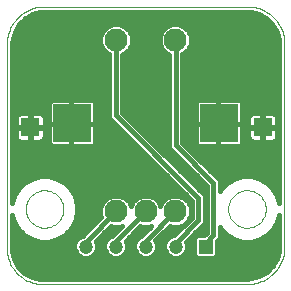
<source format=gbl>
G75*
G70*
%OFA0B0*%
%FSLAX24Y24*%
%IPPOS*%
%LPD*%
%AMOC8*
5,1,8,0,0,1.08239X$1,22.5*
%
%ADD10C,0.0000*%
%ADD11C,0.0768*%
%ADD12R,0.1266X0.1266*%
%ADD13R,0.0472X0.0472*%
%ADD14C,0.0472*%
%ADD15R,0.0600X0.0600*%
%ADD16C,0.0160*%
D10*
X001905Y000705D02*
X008655Y000705D01*
X008723Y000707D01*
X008790Y000712D01*
X008857Y000721D01*
X008924Y000734D01*
X008989Y000751D01*
X009054Y000770D01*
X009118Y000794D01*
X009180Y000821D01*
X009241Y000851D01*
X009299Y000884D01*
X009356Y000920D01*
X009411Y000960D01*
X009464Y001002D01*
X009515Y001048D01*
X009562Y001095D01*
X009608Y001146D01*
X009650Y001199D01*
X009690Y001254D01*
X009726Y001311D01*
X009759Y001369D01*
X009789Y001430D01*
X009816Y001492D01*
X009840Y001556D01*
X009859Y001621D01*
X009876Y001686D01*
X009889Y001753D01*
X009898Y001820D01*
X009903Y001887D01*
X009905Y001955D01*
X009905Y008705D01*
X009903Y008773D01*
X009898Y008840D01*
X009889Y008907D01*
X009876Y008974D01*
X009859Y009039D01*
X009840Y009104D01*
X009816Y009168D01*
X009789Y009230D01*
X009759Y009291D01*
X009726Y009349D01*
X009690Y009406D01*
X009650Y009461D01*
X009608Y009514D01*
X009562Y009565D01*
X009515Y009612D01*
X009464Y009658D01*
X009411Y009700D01*
X009356Y009740D01*
X009299Y009776D01*
X009241Y009809D01*
X009180Y009839D01*
X009118Y009866D01*
X009054Y009890D01*
X008989Y009909D01*
X008924Y009926D01*
X008857Y009939D01*
X008790Y009948D01*
X008723Y009953D01*
X008655Y009955D01*
X001905Y009955D01*
X001837Y009953D01*
X001770Y009948D01*
X001703Y009939D01*
X001636Y009926D01*
X001571Y009909D01*
X001506Y009890D01*
X001442Y009866D01*
X001380Y009839D01*
X001319Y009809D01*
X001261Y009776D01*
X001204Y009740D01*
X001149Y009700D01*
X001096Y009658D01*
X001045Y009612D01*
X000998Y009565D01*
X000952Y009514D01*
X000910Y009461D01*
X000870Y009406D01*
X000834Y009349D01*
X000801Y009291D01*
X000771Y009230D01*
X000744Y009168D01*
X000720Y009104D01*
X000701Y009039D01*
X000684Y008974D01*
X000671Y008907D01*
X000662Y008840D01*
X000657Y008773D01*
X000655Y008705D01*
X000655Y001955D01*
X000656Y001955D02*
X000654Y001889D01*
X000656Y001823D01*
X000662Y001757D01*
X000671Y001691D01*
X000684Y001626D01*
X000701Y001561D01*
X000721Y001498D01*
X000745Y001436D01*
X000772Y001376D01*
X000803Y001317D01*
X000837Y001259D01*
X000874Y001204D01*
X000914Y001151D01*
X000957Y001101D01*
X001002Y001052D01*
X001051Y001007D01*
X001101Y000964D01*
X001154Y000924D01*
X001209Y000887D01*
X001267Y000853D01*
X001326Y000822D01*
X001386Y000795D01*
X001448Y000771D01*
X001511Y000751D01*
X001576Y000734D01*
X001641Y000721D01*
X001707Y000712D01*
X001773Y000706D01*
X001839Y000704D01*
X001905Y000706D01*
X001280Y003205D02*
X001282Y003255D01*
X001288Y003304D01*
X001298Y003353D01*
X001311Y003400D01*
X001329Y003447D01*
X001350Y003492D01*
X001374Y003535D01*
X001402Y003576D01*
X001433Y003615D01*
X001467Y003651D01*
X001504Y003685D01*
X001544Y003715D01*
X001585Y003742D01*
X001629Y003766D01*
X001674Y003786D01*
X001721Y003802D01*
X001769Y003815D01*
X001818Y003824D01*
X001868Y003829D01*
X001917Y003830D01*
X001967Y003827D01*
X002016Y003820D01*
X002065Y003809D01*
X002112Y003795D01*
X002158Y003776D01*
X002203Y003754D01*
X002246Y003729D01*
X002286Y003700D01*
X002324Y003668D01*
X002360Y003634D01*
X002393Y003596D01*
X002422Y003556D01*
X002448Y003514D01*
X002471Y003470D01*
X002490Y003424D01*
X002506Y003377D01*
X002518Y003328D01*
X002526Y003279D01*
X002530Y003230D01*
X002530Y003180D01*
X002526Y003131D01*
X002518Y003082D01*
X002506Y003033D01*
X002490Y002986D01*
X002471Y002940D01*
X002448Y002896D01*
X002422Y002854D01*
X002393Y002814D01*
X002360Y002776D01*
X002324Y002742D01*
X002286Y002710D01*
X002246Y002681D01*
X002203Y002656D01*
X002158Y002634D01*
X002112Y002615D01*
X002065Y002601D01*
X002016Y002590D01*
X001967Y002583D01*
X001917Y002580D01*
X001868Y002581D01*
X001818Y002586D01*
X001769Y002595D01*
X001721Y002608D01*
X001674Y002624D01*
X001629Y002644D01*
X001585Y002668D01*
X001544Y002695D01*
X001504Y002725D01*
X001467Y002759D01*
X001433Y002795D01*
X001402Y002834D01*
X001374Y002875D01*
X001350Y002918D01*
X001329Y002963D01*
X001311Y003010D01*
X001298Y003057D01*
X001288Y003106D01*
X001282Y003155D01*
X001280Y003205D01*
X008030Y003205D02*
X008032Y003255D01*
X008038Y003304D01*
X008048Y003353D01*
X008061Y003400D01*
X008079Y003447D01*
X008100Y003492D01*
X008124Y003535D01*
X008152Y003576D01*
X008183Y003615D01*
X008217Y003651D01*
X008254Y003685D01*
X008294Y003715D01*
X008335Y003742D01*
X008379Y003766D01*
X008424Y003786D01*
X008471Y003802D01*
X008519Y003815D01*
X008568Y003824D01*
X008618Y003829D01*
X008667Y003830D01*
X008717Y003827D01*
X008766Y003820D01*
X008815Y003809D01*
X008862Y003795D01*
X008908Y003776D01*
X008953Y003754D01*
X008996Y003729D01*
X009036Y003700D01*
X009074Y003668D01*
X009110Y003634D01*
X009143Y003596D01*
X009172Y003556D01*
X009198Y003514D01*
X009221Y003470D01*
X009240Y003424D01*
X009256Y003377D01*
X009268Y003328D01*
X009276Y003279D01*
X009280Y003230D01*
X009280Y003180D01*
X009276Y003131D01*
X009268Y003082D01*
X009256Y003033D01*
X009240Y002986D01*
X009221Y002940D01*
X009198Y002896D01*
X009172Y002854D01*
X009143Y002814D01*
X009110Y002776D01*
X009074Y002742D01*
X009036Y002710D01*
X008996Y002681D01*
X008953Y002656D01*
X008908Y002634D01*
X008862Y002615D01*
X008815Y002601D01*
X008766Y002590D01*
X008717Y002583D01*
X008667Y002580D01*
X008618Y002581D01*
X008568Y002586D01*
X008519Y002595D01*
X008471Y002608D01*
X008424Y002624D01*
X008379Y002644D01*
X008335Y002668D01*
X008294Y002695D01*
X008254Y002725D01*
X008217Y002759D01*
X008183Y002795D01*
X008152Y002834D01*
X008124Y002875D01*
X008100Y002918D01*
X008079Y002963D01*
X008061Y003010D01*
X008048Y003057D01*
X008038Y003106D01*
X008032Y003155D01*
X008030Y003205D01*
D11*
X006264Y003127D03*
X005280Y003127D03*
X004296Y003127D03*
X004296Y008836D03*
X006264Y008836D03*
D12*
X007728Y006080D03*
X002832Y006080D03*
D13*
X007280Y001955D03*
D14*
X006280Y001955D03*
X005280Y001955D03*
X004280Y001955D03*
X003280Y001955D03*
D15*
X001430Y005930D03*
X009180Y005930D03*
D16*
X009356Y001156D02*
X001166Y001156D01*
X001235Y001087D02*
X001037Y001285D01*
X000900Y001531D01*
X000837Y001805D01*
X000835Y001931D01*
X000835Y001950D01*
X000839Y002020D01*
X000835Y002024D01*
X000835Y002995D01*
X000891Y002785D01*
X001035Y002537D01*
X001237Y002335D01*
X001485Y002191D01*
X001762Y002117D01*
X002048Y002117D01*
X002325Y002191D01*
X002573Y002335D01*
X002775Y002537D01*
X002919Y002785D01*
X002993Y003062D01*
X002993Y003348D01*
X002919Y003625D01*
X002775Y003873D01*
X002573Y004075D01*
X002325Y004219D01*
X002048Y004293D01*
X001762Y004293D01*
X001485Y004219D01*
X001237Y004075D01*
X001035Y003873D01*
X000891Y003625D01*
X000835Y003415D01*
X000835Y008630D01*
X000835Y008705D01*
X000844Y008845D01*
X000916Y009114D01*
X001056Y009356D01*
X001254Y009554D01*
X001496Y009694D01*
X001765Y009766D01*
X001905Y009775D01*
X008655Y009775D01*
X008795Y009766D01*
X009064Y009694D01*
X009306Y009554D01*
X009504Y009356D01*
X009644Y009114D01*
X009716Y008845D01*
X009725Y008705D01*
X009725Y003415D01*
X009669Y003625D01*
X009525Y003873D01*
X009323Y004075D01*
X009075Y004219D01*
X008798Y004293D01*
X008512Y004293D01*
X008235Y004219D01*
X007987Y004075D01*
X007785Y003873D01*
X007750Y003813D01*
X007750Y004171D01*
X006500Y005421D01*
X006500Y008367D01*
X006561Y008392D01*
X006708Y008539D01*
X006788Y008732D01*
X006788Y008940D01*
X006708Y009133D01*
X006561Y009280D01*
X006368Y009360D01*
X006160Y009360D01*
X005968Y009280D01*
X005820Y009133D01*
X005740Y008940D01*
X005740Y008732D01*
X005820Y008539D01*
X005968Y008392D01*
X006060Y008353D01*
X006060Y005239D01*
X006189Y005110D01*
X007310Y003989D01*
X007310Y002421D01*
X007220Y002331D01*
X006986Y002331D01*
X006904Y002249D01*
X006904Y001661D01*
X006986Y001579D01*
X007574Y001579D01*
X007656Y001661D01*
X007656Y002145D01*
X007750Y002239D01*
X007750Y002597D01*
X007785Y002537D01*
X007987Y002335D01*
X008235Y002191D01*
X008512Y002117D01*
X008798Y002117D01*
X009075Y002191D01*
X009323Y002335D01*
X009525Y002537D01*
X009669Y002785D01*
X009725Y002995D01*
X009725Y001955D01*
X009716Y001815D01*
X009644Y001546D01*
X009504Y001304D01*
X009306Y001106D01*
X009064Y000966D01*
X008795Y000894D01*
X008655Y000885D01*
X001974Y000885D01*
X001970Y000889D01*
X001900Y000885D01*
X001881Y000885D01*
X001755Y000887D01*
X001481Y000950D01*
X001235Y001087D01*
X001397Y000997D02*
X009117Y000997D01*
X009510Y001314D02*
X001021Y001314D01*
X000933Y001473D02*
X009601Y001473D01*
X009666Y001631D02*
X007626Y001631D01*
X007656Y001790D02*
X009709Y001790D01*
X009725Y001948D02*
X007656Y001948D01*
X007656Y002107D02*
X009725Y002107D01*
X009725Y002265D02*
X009202Y002265D01*
X009412Y002424D02*
X009725Y002424D01*
X009725Y002582D02*
X009551Y002582D01*
X009643Y002741D02*
X009725Y002741D01*
X009725Y002899D02*
X009699Y002899D01*
X009693Y003533D02*
X009725Y003533D01*
X009725Y003692D02*
X009630Y003692D01*
X009539Y003850D02*
X009725Y003850D01*
X009725Y004009D02*
X009390Y004009D01*
X009164Y004167D02*
X009725Y004167D01*
X009725Y004326D02*
X007596Y004326D01*
X007750Y004167D02*
X008146Y004167D01*
X007920Y004009D02*
X007750Y004009D01*
X007750Y003850D02*
X007771Y003850D01*
X007530Y004080D02*
X006280Y005330D01*
X006280Y008570D01*
X006264Y008836D01*
X005913Y008447D02*
X004647Y008447D01*
X004592Y008392D02*
X004740Y008539D01*
X004820Y008732D01*
X004820Y008940D01*
X004740Y009133D01*
X004592Y009280D01*
X004400Y009360D01*
X004192Y009360D01*
X003999Y009280D01*
X003852Y009133D01*
X003772Y008940D01*
X003772Y008732D01*
X003852Y008539D01*
X003999Y008392D01*
X004060Y008367D01*
X004060Y006239D01*
X004189Y006110D01*
X006810Y003489D01*
X006810Y002921D01*
X006220Y002331D01*
X006205Y002331D01*
X006067Y002274D01*
X005961Y002168D01*
X005904Y002030D01*
X005904Y001880D01*
X005961Y001742D01*
X006067Y001636D01*
X006205Y001579D01*
X006355Y001579D01*
X006493Y001636D01*
X006599Y001742D01*
X006656Y001880D01*
X006656Y002030D01*
X006622Y002111D01*
X007121Y002610D01*
X007250Y002739D01*
X007250Y003671D01*
X007121Y003800D01*
X004500Y006421D01*
X004500Y008353D01*
X004592Y008392D01*
X004500Y008288D02*
X006060Y008288D01*
X006060Y008130D02*
X004500Y008130D01*
X004500Y007971D02*
X006060Y007971D01*
X006060Y007813D02*
X004500Y007813D01*
X004500Y007654D02*
X006060Y007654D01*
X006060Y007496D02*
X004500Y007496D01*
X004500Y007337D02*
X006060Y007337D01*
X006060Y007179D02*
X004500Y007179D01*
X004500Y007020D02*
X006060Y007020D01*
X006060Y006862D02*
X004500Y006862D01*
X004500Y006703D02*
X006060Y006703D01*
X006060Y006545D02*
X004500Y006545D01*
X004535Y006386D02*
X006060Y006386D01*
X006060Y006228D02*
X004694Y006228D01*
X004852Y006069D02*
X006060Y006069D01*
X006060Y005911D02*
X005011Y005911D01*
X005169Y005752D02*
X006060Y005752D01*
X006060Y005594D02*
X005328Y005594D01*
X005486Y005435D02*
X006060Y005435D01*
X006060Y005277D02*
X005645Y005277D01*
X005803Y005118D02*
X006181Y005118D01*
X006339Y004960D02*
X005962Y004960D01*
X006120Y004801D02*
X006498Y004801D01*
X006656Y004643D02*
X006279Y004643D01*
X006437Y004484D02*
X006815Y004484D01*
X006973Y004326D02*
X006596Y004326D01*
X006754Y004167D02*
X007132Y004167D01*
X007290Y004009D02*
X006913Y004009D01*
X007071Y003850D02*
X007310Y003850D01*
X007310Y003692D02*
X007230Y003692D01*
X007121Y003800D02*
X007121Y003800D01*
X007030Y003580D02*
X004280Y006330D01*
X004280Y008570D01*
X004296Y008836D01*
X004767Y008605D02*
X005793Y008605D01*
X005740Y008764D02*
X004820Y008764D01*
X004820Y008922D02*
X005740Y008922D01*
X005799Y009081D02*
X004761Y009081D01*
X004633Y009239D02*
X005927Y009239D01*
X006602Y009239D02*
X009572Y009239D01*
X009463Y009398D02*
X001097Y009398D01*
X000988Y009239D02*
X003958Y009239D01*
X003830Y009081D02*
X000907Y009081D01*
X000865Y008922D02*
X003772Y008922D01*
X003772Y008764D02*
X000839Y008764D01*
X000835Y008605D02*
X003824Y008605D01*
X003944Y008447D02*
X000835Y008447D01*
X000835Y008288D02*
X004060Y008288D01*
X004060Y008130D02*
X000835Y008130D01*
X000835Y007971D02*
X004060Y007971D01*
X004060Y007813D02*
X000835Y007813D01*
X000835Y007654D02*
X004060Y007654D01*
X004060Y007496D02*
X000835Y007496D01*
X000835Y007337D02*
X004060Y007337D01*
X004060Y007179D02*
X000835Y007179D01*
X000835Y007020D02*
X004060Y007020D01*
X004060Y006862D02*
X000835Y006862D01*
X000835Y006703D02*
X002059Y006703D01*
X002059Y006771D02*
X002059Y005389D01*
X002141Y005307D01*
X003523Y005307D01*
X003605Y005389D01*
X003605Y006771D01*
X003523Y006853D01*
X002141Y006853D01*
X002059Y006771D01*
X002059Y006545D02*
X000835Y006545D01*
X000835Y006386D02*
X001040Y006386D01*
X001061Y006398D02*
X001019Y006374D01*
X000986Y006341D01*
X000962Y006299D01*
X000950Y006254D01*
X000950Y005950D01*
X001410Y005950D01*
X001410Y006410D01*
X001106Y006410D01*
X001061Y006398D01*
X000950Y006228D02*
X000835Y006228D01*
X000835Y006069D02*
X000950Y006069D01*
X000950Y005910D02*
X000950Y005606D01*
X000962Y005561D01*
X000986Y005519D01*
X001019Y005486D01*
X001061Y005462D01*
X001106Y005450D01*
X001410Y005450D01*
X001410Y005910D01*
X001450Y005910D01*
X001450Y005950D01*
X001910Y005950D01*
X001910Y006254D01*
X001898Y006299D01*
X001874Y006341D01*
X001841Y006374D01*
X001799Y006398D01*
X001754Y006410D01*
X001450Y006410D01*
X001450Y005950D01*
X001410Y005950D01*
X001410Y005910D01*
X000950Y005910D01*
X000835Y005911D02*
X001410Y005911D01*
X001450Y005911D02*
X002059Y005911D01*
X001910Y005910D02*
X001450Y005910D01*
X001450Y005450D01*
X001754Y005450D01*
X001799Y005462D01*
X001841Y005486D01*
X001874Y005519D01*
X001898Y005561D01*
X001910Y005606D01*
X001910Y005910D01*
X001930Y006055D02*
X003680Y006055D01*
X003605Y006069D02*
X004230Y006069D01*
X004189Y006110D02*
X004189Y006110D01*
X004071Y006228D02*
X003605Y006228D01*
X003605Y006386D02*
X004060Y006386D01*
X004060Y006545D02*
X003605Y006545D01*
X003605Y006703D02*
X004060Y006703D01*
X004388Y005911D02*
X003605Y005911D01*
X003605Y005752D02*
X004547Y005752D01*
X004705Y005594D02*
X003605Y005594D01*
X003605Y005435D02*
X004864Y005435D01*
X005022Y005277D02*
X000835Y005277D01*
X000835Y005435D02*
X002059Y005435D01*
X002059Y005594D02*
X001907Y005594D01*
X001910Y005752D02*
X002059Y005752D01*
X002059Y006069D02*
X001910Y006069D01*
X001910Y006228D02*
X002059Y006228D01*
X002059Y006386D02*
X001820Y006386D01*
X001450Y006386D02*
X001410Y006386D01*
X001410Y006228D02*
X001450Y006228D01*
X001450Y006069D02*
X001410Y006069D01*
X001410Y005752D02*
X001450Y005752D01*
X001450Y005594D02*
X001410Y005594D01*
X000953Y005594D02*
X000835Y005594D01*
X000835Y005752D02*
X000950Y005752D01*
X000835Y005118D02*
X005181Y005118D01*
X005339Y004960D02*
X000835Y004960D01*
X000835Y004801D02*
X005498Y004801D01*
X005656Y004643D02*
X000835Y004643D01*
X000835Y004484D02*
X005815Y004484D01*
X005973Y004326D02*
X000835Y004326D01*
X000835Y004167D02*
X001396Y004167D01*
X001170Y004009D02*
X000835Y004009D01*
X000835Y003850D02*
X001021Y003850D01*
X000930Y003692D02*
X000835Y003692D01*
X000835Y003533D02*
X000867Y003533D01*
X000835Y002899D02*
X000861Y002899D01*
X000835Y002741D02*
X000917Y002741D01*
X000835Y002582D02*
X001009Y002582D01*
X001148Y002424D02*
X000835Y002424D01*
X000835Y002265D02*
X001358Y002265D01*
X000835Y002107D02*
X002936Y002107D01*
X002961Y002168D02*
X002904Y002030D01*
X002904Y001880D01*
X002961Y001742D01*
X003067Y001636D01*
X003205Y001579D01*
X003355Y001579D01*
X003493Y001636D01*
X003599Y001742D01*
X003656Y001880D01*
X003656Y002030D01*
X003613Y002134D01*
X004115Y002635D01*
X004192Y002603D01*
X004400Y002603D01*
X004477Y002635D01*
X004189Y002347D01*
X004150Y002308D01*
X004067Y002274D01*
X003961Y002168D01*
X003904Y002030D01*
X003904Y001880D01*
X003961Y001742D01*
X004067Y001636D01*
X004205Y001579D01*
X004355Y001579D01*
X004493Y001636D01*
X004599Y001742D01*
X004656Y001880D01*
X004656Y002030D01*
X004609Y002145D01*
X005099Y002635D01*
X005176Y002603D01*
X005384Y002603D01*
X005461Y002635D01*
X005189Y002363D01*
X005123Y002297D01*
X005067Y002274D01*
X004961Y002168D01*
X004904Y002030D01*
X004904Y001880D01*
X004961Y001742D01*
X005067Y001636D01*
X005205Y001579D01*
X005355Y001579D01*
X005493Y001636D01*
X005599Y001742D01*
X005656Y001880D01*
X005656Y002030D01*
X005604Y002156D01*
X006083Y002635D01*
X006160Y002603D01*
X006368Y002603D01*
X006561Y002683D01*
X006708Y002831D01*
X006788Y003023D01*
X006788Y003231D01*
X006708Y003424D01*
X006561Y003571D01*
X006368Y003651D01*
X006160Y003651D01*
X005968Y003571D01*
X005820Y003424D01*
X005772Y003308D01*
X005724Y003424D01*
X005577Y003571D01*
X005384Y003651D01*
X005176Y003651D01*
X004983Y003571D01*
X004836Y003424D01*
X004788Y003308D01*
X004740Y003424D01*
X004592Y003571D01*
X004400Y003651D01*
X004192Y003651D01*
X003999Y003571D01*
X003852Y003424D01*
X003772Y003231D01*
X003772Y003023D01*
X003804Y002946D01*
X003189Y002331D01*
X003177Y002320D01*
X003067Y002274D01*
X002961Y002168D01*
X003058Y002265D02*
X002452Y002265D01*
X002662Y002424D02*
X003281Y002424D01*
X003439Y002582D02*
X002801Y002582D01*
X002893Y002741D02*
X003598Y002741D01*
X003756Y002899D02*
X002949Y002899D01*
X002992Y003058D02*
X003772Y003058D01*
X003772Y003216D02*
X002993Y003216D01*
X002986Y003375D02*
X003831Y003375D01*
X003961Y003533D02*
X002943Y003533D01*
X002880Y003692D02*
X006607Y003692D01*
X006599Y003533D02*
X006766Y003533D01*
X006729Y003375D02*
X006810Y003375D01*
X006810Y003216D02*
X006788Y003216D01*
X006788Y003058D02*
X006810Y003058D01*
X006788Y002899D02*
X006737Y002899D01*
X006629Y002741D02*
X006618Y002741D01*
X006471Y002582D02*
X006030Y002582D01*
X005872Y002424D02*
X006312Y002424D01*
X006058Y002265D02*
X005713Y002265D01*
X005624Y002107D02*
X005936Y002107D01*
X005904Y001948D02*
X005656Y001948D01*
X005619Y001790D02*
X005941Y001790D01*
X006079Y001631D02*
X005481Y001631D01*
X005280Y001955D02*
X005280Y002143D01*
X006264Y003127D01*
X005929Y003533D02*
X005615Y003533D01*
X005745Y003375D02*
X005800Y003375D01*
X005280Y003127D02*
X004280Y002127D01*
X004280Y001955D01*
X004656Y001948D02*
X004904Y001948D01*
X004936Y002107D02*
X004624Y002107D01*
X004729Y002265D02*
X005058Y002265D01*
X004887Y002424D02*
X005249Y002424D01*
X005408Y002582D02*
X005046Y002582D01*
X004424Y002582D02*
X004062Y002582D01*
X003903Y002424D02*
X004265Y002424D01*
X004058Y002265D02*
X003745Y002265D01*
X003624Y002107D02*
X003936Y002107D01*
X003904Y001948D02*
X003656Y001948D01*
X003619Y001790D02*
X003941Y001790D01*
X004079Y001631D02*
X003481Y001631D01*
X003280Y001955D02*
X003280Y002111D01*
X004296Y003127D01*
X004631Y003533D02*
X004945Y003533D01*
X004815Y003375D02*
X004760Y003375D01*
X006132Y004167D02*
X002414Y004167D01*
X002640Y004009D02*
X006290Y004009D01*
X006449Y003850D02*
X002789Y003850D01*
X002805Y005305D02*
X002805Y006805D01*
X001257Y009556D02*
X009303Y009556D01*
X008986Y009715D02*
X001574Y009715D01*
X006500Y008288D02*
X009725Y008288D01*
X009725Y008130D02*
X006500Y008130D01*
X006500Y007971D02*
X009725Y007971D01*
X009725Y007813D02*
X006500Y007813D01*
X006500Y007654D02*
X009725Y007654D01*
X009725Y007496D02*
X006500Y007496D01*
X006500Y007337D02*
X009725Y007337D01*
X009725Y007179D02*
X006500Y007179D01*
X006500Y007020D02*
X009725Y007020D01*
X009725Y006862D02*
X006500Y006862D01*
X006500Y006703D02*
X006955Y006703D01*
X006955Y006771D02*
X006955Y005389D01*
X007037Y005307D01*
X008419Y005307D01*
X008501Y005389D01*
X008501Y006771D01*
X008419Y006853D01*
X007037Y006853D01*
X006955Y006771D01*
X006955Y006545D02*
X006500Y006545D01*
X006500Y006386D02*
X006955Y006386D01*
X006955Y006228D02*
X006500Y006228D01*
X006500Y006069D02*
X006955Y006069D01*
X006930Y006055D02*
X008680Y006055D01*
X008700Y006069D02*
X008501Y006069D01*
X008501Y005911D02*
X009160Y005911D01*
X009160Y005910D02*
X008700Y005910D01*
X008700Y005606D01*
X008712Y005561D01*
X008736Y005519D01*
X008769Y005486D01*
X008811Y005462D01*
X008856Y005450D01*
X009160Y005450D01*
X009160Y005910D01*
X009200Y005910D01*
X009200Y005950D01*
X009660Y005950D01*
X009660Y006254D01*
X009648Y006299D01*
X009624Y006341D01*
X009591Y006374D01*
X009549Y006398D01*
X009504Y006410D01*
X009200Y006410D01*
X009200Y005950D01*
X009160Y005950D01*
X009160Y006410D01*
X008856Y006410D01*
X008811Y006398D01*
X008769Y006374D01*
X008736Y006341D01*
X008712Y006299D01*
X008700Y006254D01*
X008700Y005950D01*
X009160Y005950D01*
X009160Y005910D01*
X009200Y005910D02*
X009200Y005450D01*
X009504Y005450D01*
X009549Y005462D01*
X009591Y005486D01*
X009624Y005519D01*
X009648Y005561D01*
X009660Y005606D01*
X009660Y005910D01*
X009200Y005910D01*
X009200Y005911D02*
X009725Y005911D01*
X009725Y006069D02*
X009660Y006069D01*
X009660Y006228D02*
X009725Y006228D01*
X009725Y006386D02*
X009570Y006386D01*
X009725Y006545D02*
X008501Y006545D01*
X008501Y006386D02*
X008790Y006386D01*
X008700Y006228D02*
X008501Y006228D01*
X008501Y005752D02*
X008700Y005752D01*
X008703Y005594D02*
X008501Y005594D01*
X008501Y005435D02*
X009725Y005435D01*
X009725Y005277D02*
X006645Y005277D01*
X006500Y005435D02*
X006955Y005435D01*
X006955Y005594D02*
X006500Y005594D01*
X006500Y005752D02*
X006955Y005752D01*
X006955Y005911D02*
X006500Y005911D01*
X006803Y005118D02*
X009725Y005118D01*
X009725Y004960D02*
X006962Y004960D01*
X007120Y004801D02*
X009725Y004801D01*
X009725Y004643D02*
X007279Y004643D01*
X007437Y004484D02*
X009725Y004484D01*
X009725Y005594D02*
X009657Y005594D01*
X009660Y005752D02*
X009725Y005752D01*
X009200Y005752D02*
X009160Y005752D01*
X009160Y005594D02*
X009200Y005594D01*
X009200Y006069D02*
X009160Y006069D01*
X009160Y006228D02*
X009200Y006228D01*
X009200Y006386D02*
X009160Y006386D01*
X009725Y006703D02*
X008501Y006703D01*
X007680Y006805D02*
X007680Y005305D01*
X007530Y004080D02*
X007530Y002330D01*
X007280Y002080D01*
X007280Y001955D01*
X006904Y001948D02*
X006656Y001948D01*
X006624Y002107D02*
X006904Y002107D01*
X006920Y002265D02*
X006776Y002265D01*
X006935Y002424D02*
X007310Y002424D01*
X007310Y002582D02*
X007093Y002582D01*
X007250Y002741D02*
X007310Y002741D01*
X007310Y002899D02*
X007250Y002899D01*
X007250Y003058D02*
X007310Y003058D01*
X007310Y003216D02*
X007250Y003216D01*
X007250Y003375D02*
X007310Y003375D01*
X007310Y003533D02*
X007250Y003533D01*
X007030Y003580D02*
X007030Y002830D01*
X006280Y002080D01*
X006280Y001955D01*
X006619Y001790D02*
X006904Y001790D01*
X006934Y001631D02*
X006481Y001631D01*
X007750Y002265D02*
X008108Y002265D01*
X007898Y002424D02*
X007750Y002424D01*
X007750Y002582D02*
X007759Y002582D01*
X005079Y001631D02*
X004481Y001631D01*
X004619Y001790D02*
X004941Y001790D01*
X003079Y001631D02*
X000877Y001631D01*
X000841Y001790D02*
X002941Y001790D01*
X002904Y001948D02*
X000835Y001948D01*
X006616Y008447D02*
X009725Y008447D01*
X009725Y008605D02*
X006736Y008605D01*
X006788Y008764D02*
X009721Y008764D01*
X009695Y008922D02*
X006788Y008922D01*
X006730Y009081D02*
X009653Y009081D01*
M02*

</source>
